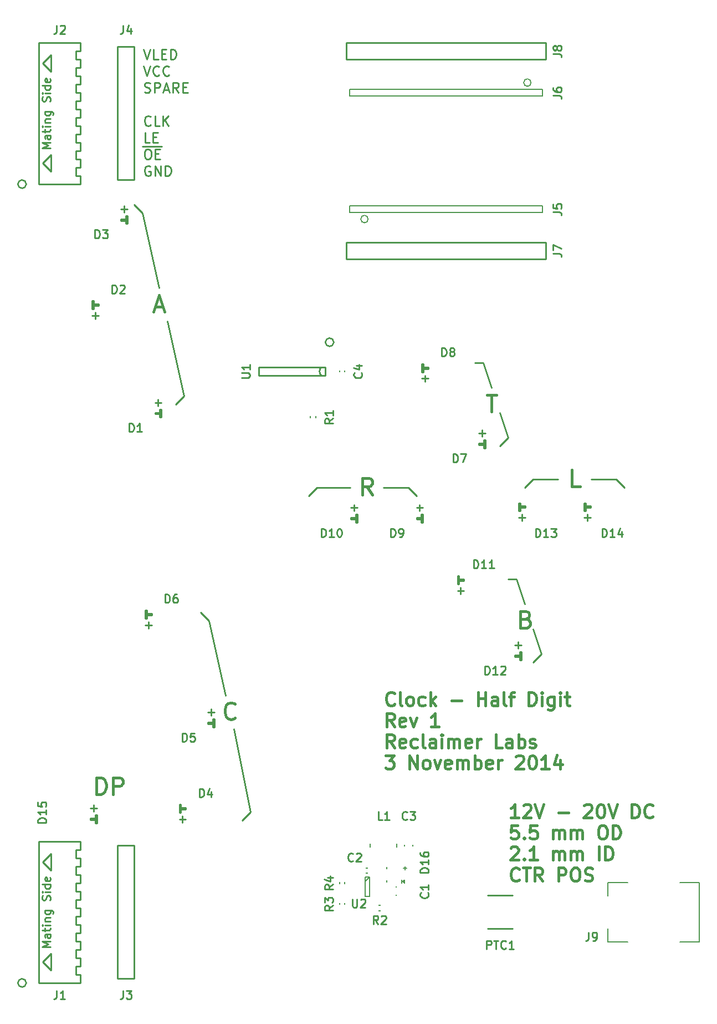
<source format=gto>
G04 (created by PCBNEW (2013-07-07 BZR 4022)-stable) date 11/4/2014 1:01:41 AM*
%MOIN*%
G04 Gerber Fmt 3.4, Leading zero omitted, Abs format*
%FSLAX34Y34*%
G01*
G70*
G90*
G04 APERTURE LIST*
%ADD10C,0.01*%
%ADD11C,0.015*%
%ADD12C,0.00590551*%
%ADD13C,0.005*%
%ADD14R,0.054X0.089*%
%ADD15R,0.089X0.054*%
%ADD16R,0.0454961X0.0388031*%
%ADD17R,0.034X0.108*%
%ADD18R,0.074X0.074*%
%ADD19C,0.074*%
%ADD20R,0.0652X0.073*%
%ADD21R,0.073X0.0652*%
%ADD22R,0.0534X0.0494*%
%ADD23R,0.0494X0.0534*%
%ADD24R,0.104551X0.234472*%
%ADD25R,0.179X0.084*%
%ADD26C,0.301402*%
%ADD27R,0.0927402X0.0573071*%
%ADD28R,0.0454961X0.0454961*%
%ADD29R,0.0651811X0.0769921*%
%ADD30O,0.0987402X0.13811*%
%ADD31R,0.187228X0.143921*%
%ADD32R,0.258094X0.167543*%
%ADD33C,0.112425*%
G04 APERTURE END LIST*
G54D10*
G54D11*
X30609Y11676D02*
X30152Y11676D01*
X30380Y11676D02*
X30380Y12476D01*
X30304Y12361D01*
X30228Y12285D01*
X30152Y12247D01*
X30914Y12400D02*
X30952Y12438D01*
X31028Y12476D01*
X31219Y12476D01*
X31295Y12438D01*
X31333Y12400D01*
X31371Y12323D01*
X31371Y12247D01*
X31333Y12133D01*
X30876Y11676D01*
X31371Y11676D01*
X31600Y12476D02*
X31866Y11676D01*
X32133Y12476D01*
X33009Y11980D02*
X33619Y11980D01*
X34571Y12400D02*
X34609Y12438D01*
X34685Y12476D01*
X34876Y12476D01*
X34952Y12438D01*
X34990Y12400D01*
X35028Y12323D01*
X35028Y12247D01*
X34990Y12133D01*
X34533Y11676D01*
X35028Y11676D01*
X35523Y12476D02*
X35599Y12476D01*
X35676Y12438D01*
X35714Y12400D01*
X35752Y12323D01*
X35790Y12171D01*
X35790Y11980D01*
X35752Y11828D01*
X35714Y11752D01*
X35676Y11714D01*
X35599Y11676D01*
X35523Y11676D01*
X35447Y11714D01*
X35409Y11752D01*
X35371Y11828D01*
X35333Y11980D01*
X35333Y12171D01*
X35371Y12323D01*
X35409Y12400D01*
X35447Y12438D01*
X35523Y12476D01*
X36019Y12476D02*
X36285Y11676D01*
X36552Y12476D01*
X37428Y11676D02*
X37428Y12476D01*
X37619Y12476D01*
X37733Y12438D01*
X37809Y12361D01*
X37847Y12285D01*
X37885Y12133D01*
X37885Y12019D01*
X37847Y11866D01*
X37809Y11790D01*
X37733Y11714D01*
X37619Y11676D01*
X37428Y11676D01*
X38685Y11752D02*
X38647Y11714D01*
X38533Y11676D01*
X38457Y11676D01*
X38342Y11714D01*
X38266Y11790D01*
X38228Y11866D01*
X38190Y12019D01*
X38190Y12133D01*
X38228Y12285D01*
X38266Y12361D01*
X38342Y12438D01*
X38457Y12476D01*
X38533Y12476D01*
X38647Y12438D01*
X38685Y12400D01*
X30571Y11206D02*
X30190Y11206D01*
X30152Y10825D01*
X30190Y10863D01*
X30266Y10901D01*
X30457Y10901D01*
X30533Y10863D01*
X30571Y10825D01*
X30609Y10749D01*
X30609Y10558D01*
X30571Y10482D01*
X30533Y10444D01*
X30457Y10406D01*
X30266Y10406D01*
X30190Y10444D01*
X30152Y10482D01*
X30952Y10482D02*
X30990Y10444D01*
X30952Y10406D01*
X30914Y10444D01*
X30952Y10482D01*
X30952Y10406D01*
X31714Y11206D02*
X31333Y11206D01*
X31295Y10825D01*
X31333Y10863D01*
X31409Y10901D01*
X31600Y10901D01*
X31676Y10863D01*
X31714Y10825D01*
X31752Y10749D01*
X31752Y10558D01*
X31714Y10482D01*
X31676Y10444D01*
X31600Y10406D01*
X31409Y10406D01*
X31333Y10444D01*
X31295Y10482D01*
X32704Y10406D02*
X32704Y10939D01*
X32704Y10863D02*
X32742Y10901D01*
X32819Y10939D01*
X32933Y10939D01*
X33009Y10901D01*
X33047Y10825D01*
X33047Y10406D01*
X33047Y10825D02*
X33085Y10901D01*
X33161Y10939D01*
X33276Y10939D01*
X33352Y10901D01*
X33390Y10825D01*
X33390Y10406D01*
X33771Y10406D02*
X33771Y10939D01*
X33771Y10863D02*
X33809Y10901D01*
X33885Y10939D01*
X33999Y10939D01*
X34076Y10901D01*
X34114Y10825D01*
X34114Y10406D01*
X34114Y10825D02*
X34152Y10901D01*
X34228Y10939D01*
X34342Y10939D01*
X34419Y10901D01*
X34457Y10825D01*
X34457Y10406D01*
X35599Y11206D02*
X35752Y11206D01*
X35828Y11168D01*
X35904Y11091D01*
X35942Y10939D01*
X35942Y10672D01*
X35904Y10520D01*
X35828Y10444D01*
X35752Y10406D01*
X35599Y10406D01*
X35523Y10444D01*
X35447Y10520D01*
X35409Y10672D01*
X35409Y10939D01*
X35447Y11091D01*
X35523Y11168D01*
X35599Y11206D01*
X36285Y10406D02*
X36285Y11206D01*
X36476Y11206D01*
X36590Y11168D01*
X36666Y11091D01*
X36704Y11015D01*
X36742Y10863D01*
X36742Y10749D01*
X36704Y10596D01*
X36666Y10520D01*
X36590Y10444D01*
X36476Y10406D01*
X36285Y10406D01*
X30152Y9860D02*
X30190Y9898D01*
X30266Y9936D01*
X30457Y9936D01*
X30533Y9898D01*
X30571Y9860D01*
X30609Y9783D01*
X30609Y9707D01*
X30571Y9593D01*
X30114Y9136D01*
X30609Y9136D01*
X30952Y9212D02*
X30990Y9174D01*
X30952Y9136D01*
X30914Y9174D01*
X30952Y9212D01*
X30952Y9136D01*
X31752Y9136D02*
X31295Y9136D01*
X31523Y9136D02*
X31523Y9936D01*
X31447Y9821D01*
X31371Y9745D01*
X31295Y9707D01*
X32704Y9136D02*
X32704Y9669D01*
X32704Y9593D02*
X32742Y9631D01*
X32819Y9669D01*
X32933Y9669D01*
X33009Y9631D01*
X33047Y9555D01*
X33047Y9136D01*
X33047Y9555D02*
X33085Y9631D01*
X33161Y9669D01*
X33276Y9669D01*
X33352Y9631D01*
X33390Y9555D01*
X33390Y9136D01*
X33771Y9136D02*
X33771Y9669D01*
X33771Y9593D02*
X33809Y9631D01*
X33885Y9669D01*
X33999Y9669D01*
X34076Y9631D01*
X34114Y9555D01*
X34114Y9136D01*
X34114Y9555D02*
X34152Y9631D01*
X34228Y9669D01*
X34342Y9669D01*
X34419Y9631D01*
X34457Y9555D01*
X34457Y9136D01*
X35447Y9136D02*
X35447Y9936D01*
X35828Y9136D02*
X35828Y9936D01*
X36019Y9936D01*
X36133Y9898D01*
X36209Y9821D01*
X36247Y9745D01*
X36285Y9593D01*
X36285Y9479D01*
X36247Y9326D01*
X36209Y9250D01*
X36133Y9174D01*
X36019Y9136D01*
X35828Y9136D01*
X30647Y7942D02*
X30609Y7904D01*
X30495Y7866D01*
X30419Y7866D01*
X30304Y7904D01*
X30228Y7980D01*
X30190Y8056D01*
X30152Y8209D01*
X30152Y8323D01*
X30190Y8475D01*
X30228Y8551D01*
X30304Y8628D01*
X30419Y8666D01*
X30495Y8666D01*
X30609Y8628D01*
X30647Y8590D01*
X30876Y8666D02*
X31333Y8666D01*
X31104Y7866D02*
X31104Y8666D01*
X32057Y7866D02*
X31790Y8247D01*
X31600Y7866D02*
X31600Y8666D01*
X31904Y8666D01*
X31980Y8628D01*
X32019Y8590D01*
X32057Y8513D01*
X32057Y8399D01*
X32019Y8323D01*
X31980Y8285D01*
X31904Y8247D01*
X31600Y8247D01*
X33009Y7866D02*
X33009Y8666D01*
X33314Y8666D01*
X33390Y8628D01*
X33428Y8590D01*
X33466Y8513D01*
X33466Y8399D01*
X33428Y8323D01*
X33390Y8285D01*
X33314Y8247D01*
X33009Y8247D01*
X33961Y8666D02*
X34114Y8666D01*
X34190Y8628D01*
X34266Y8551D01*
X34304Y8399D01*
X34304Y8132D01*
X34266Y7980D01*
X34190Y7904D01*
X34114Y7866D01*
X33961Y7866D01*
X33885Y7904D01*
X33809Y7980D01*
X33771Y8132D01*
X33771Y8399D01*
X33809Y8551D01*
X33885Y8628D01*
X33961Y8666D01*
X34609Y7904D02*
X34723Y7866D01*
X34914Y7866D01*
X34990Y7904D01*
X35028Y7942D01*
X35066Y8018D01*
X35066Y8094D01*
X35028Y8170D01*
X34990Y8209D01*
X34914Y8247D01*
X34761Y8285D01*
X34685Y8323D01*
X34647Y8361D01*
X34609Y8437D01*
X34609Y8513D01*
X34647Y8590D01*
X34685Y8628D01*
X34761Y8666D01*
X34952Y8666D01*
X35066Y8628D01*
G54D10*
X32000Y21500D02*
X31500Y21000D01*
X30500Y26000D02*
X30000Y26000D01*
X31000Y24500D02*
X30500Y26000D01*
X32000Y21500D02*
X31500Y23000D01*
G54D11*
X31071Y23619D02*
X31214Y23571D01*
X31261Y23523D01*
X31309Y23428D01*
X31309Y23285D01*
X31261Y23190D01*
X31214Y23142D01*
X31119Y23095D01*
X30738Y23095D01*
X30738Y24095D01*
X31071Y24095D01*
X31166Y24047D01*
X31214Y24000D01*
X31261Y23904D01*
X31261Y23809D01*
X31214Y23714D01*
X31166Y23666D01*
X31071Y23619D01*
X30738Y23619D01*
G54D10*
X28500Y39000D02*
X28000Y39000D01*
X28500Y39000D02*
X29000Y37500D01*
X30000Y34500D02*
X29500Y34000D01*
X30000Y34500D02*
X29500Y36000D01*
G54D11*
X28714Y37095D02*
X29285Y37095D01*
X29000Y36095D02*
X29000Y37095D01*
G54D10*
X18500Y31500D02*
X18000Y31000D01*
X20500Y31500D02*
X18500Y31500D01*
X24000Y31500D02*
X24500Y31000D01*
X22500Y31500D02*
X24000Y31500D01*
X36500Y32000D02*
X37000Y31500D01*
X35000Y32000D02*
X36500Y32000D01*
X31500Y32000D02*
X33000Y32000D01*
X31000Y31500D02*
X31500Y32000D01*
G54D11*
X21809Y31095D02*
X21476Y31571D01*
X21238Y31095D02*
X21238Y32095D01*
X21619Y32095D01*
X21714Y32047D01*
X21761Y32000D01*
X21809Y31904D01*
X21809Y31761D01*
X21761Y31666D01*
X21714Y31619D01*
X21619Y31571D01*
X21238Y31571D01*
X34309Y31595D02*
X33833Y31595D01*
X33833Y32595D01*
G54D10*
X10500Y37000D02*
X10000Y36500D01*
X10500Y37000D02*
X9500Y41500D01*
X8000Y48000D02*
X7500Y48500D01*
X9000Y43500D02*
X8000Y48000D01*
G54D11*
X8761Y42380D02*
X9238Y42380D01*
X8666Y42095D02*
X9000Y43095D01*
X9333Y42095D01*
G54D10*
X14000Y11500D02*
X14500Y12000D01*
X14500Y12000D02*
X13500Y17000D01*
X13000Y19000D02*
X12000Y23500D01*
X11500Y24000D02*
X12000Y23500D01*
G54D11*
X13559Y17690D02*
X13511Y17642D01*
X13369Y17595D01*
X13273Y17595D01*
X13130Y17642D01*
X13035Y17738D01*
X12988Y17833D01*
X12940Y18023D01*
X12940Y18166D01*
X12988Y18357D01*
X13035Y18452D01*
X13130Y18547D01*
X13273Y18595D01*
X13369Y18595D01*
X13511Y18547D01*
X13559Y18500D01*
X5238Y13095D02*
X5238Y14095D01*
X5476Y14095D01*
X5619Y14047D01*
X5714Y13952D01*
X5761Y13857D01*
X5809Y13666D01*
X5809Y13523D01*
X5761Y13333D01*
X5714Y13238D01*
X5619Y13142D01*
X5476Y13095D01*
X5238Y13095D01*
X6238Y13095D02*
X6238Y14095D01*
X6619Y14095D01*
X6714Y14047D01*
X6761Y14000D01*
X6809Y13904D01*
X6809Y13761D01*
X6761Y13666D01*
X6714Y13619D01*
X6619Y13571D01*
X6238Y13571D01*
G54D10*
X8057Y57857D02*
X8257Y57257D01*
X8457Y57857D01*
X8942Y57257D02*
X8657Y57257D01*
X8657Y57857D01*
X9142Y57571D02*
X9342Y57571D01*
X9428Y57257D02*
X9142Y57257D01*
X9142Y57857D01*
X9428Y57857D01*
X9685Y57257D02*
X9685Y57857D01*
X9828Y57857D01*
X9914Y57828D01*
X9971Y57771D01*
X10000Y57714D01*
X10028Y57600D01*
X10028Y57514D01*
X10000Y57400D01*
X9971Y57342D01*
X9914Y57285D01*
X9828Y57257D01*
X9685Y57257D01*
X8057Y56857D02*
X8257Y56257D01*
X8457Y56857D01*
X9000Y56314D02*
X8971Y56285D01*
X8885Y56257D01*
X8828Y56257D01*
X8742Y56285D01*
X8685Y56342D01*
X8657Y56400D01*
X8628Y56514D01*
X8628Y56600D01*
X8657Y56714D01*
X8685Y56771D01*
X8742Y56828D01*
X8828Y56857D01*
X8885Y56857D01*
X8971Y56828D01*
X9000Y56800D01*
X9600Y56314D02*
X9571Y56285D01*
X9485Y56257D01*
X9428Y56257D01*
X9342Y56285D01*
X9285Y56342D01*
X9257Y56400D01*
X9228Y56514D01*
X9228Y56600D01*
X9257Y56714D01*
X9285Y56771D01*
X9342Y56828D01*
X9428Y56857D01*
X9485Y56857D01*
X9571Y56828D01*
X9600Y56800D01*
X8114Y55285D02*
X8200Y55257D01*
X8342Y55257D01*
X8400Y55285D01*
X8428Y55314D01*
X8457Y55371D01*
X8457Y55428D01*
X8428Y55485D01*
X8400Y55514D01*
X8342Y55542D01*
X8228Y55571D01*
X8171Y55600D01*
X8142Y55628D01*
X8114Y55685D01*
X8114Y55742D01*
X8142Y55800D01*
X8171Y55828D01*
X8228Y55857D01*
X8371Y55857D01*
X8457Y55828D01*
X8714Y55257D02*
X8714Y55857D01*
X8942Y55857D01*
X9000Y55828D01*
X9028Y55800D01*
X9057Y55742D01*
X9057Y55657D01*
X9028Y55600D01*
X9000Y55571D01*
X8942Y55542D01*
X8714Y55542D01*
X9285Y55428D02*
X9571Y55428D01*
X9228Y55257D02*
X9428Y55857D01*
X9628Y55257D01*
X10171Y55257D02*
X9971Y55542D01*
X9828Y55257D02*
X9828Y55857D01*
X10057Y55857D01*
X10114Y55828D01*
X10142Y55800D01*
X10171Y55742D01*
X10171Y55657D01*
X10142Y55600D01*
X10114Y55571D01*
X10057Y55542D01*
X9828Y55542D01*
X10428Y55571D02*
X10628Y55571D01*
X10714Y55257D02*
X10428Y55257D01*
X10428Y55857D01*
X10714Y55857D01*
X8485Y53314D02*
X8457Y53285D01*
X8371Y53257D01*
X8314Y53257D01*
X8228Y53285D01*
X8171Y53342D01*
X8142Y53400D01*
X8114Y53514D01*
X8114Y53600D01*
X8142Y53714D01*
X8171Y53771D01*
X8228Y53828D01*
X8314Y53857D01*
X8371Y53857D01*
X8457Y53828D01*
X8485Y53800D01*
X9028Y53257D02*
X8742Y53257D01*
X8742Y53857D01*
X9228Y53257D02*
X9228Y53857D01*
X9571Y53257D02*
X9314Y53600D01*
X9571Y53857D02*
X9228Y53514D01*
X8428Y52257D02*
X8142Y52257D01*
X8142Y52857D01*
X8628Y52571D02*
X8828Y52571D01*
X8914Y52257D02*
X8628Y52257D01*
X8628Y52857D01*
X8914Y52857D01*
X8257Y51857D02*
X8371Y51857D01*
X8428Y51828D01*
X8485Y51771D01*
X8514Y51657D01*
X8514Y51457D01*
X8485Y51342D01*
X8428Y51285D01*
X8371Y51257D01*
X8257Y51257D01*
X8200Y51285D01*
X8142Y51342D01*
X8114Y51457D01*
X8114Y51657D01*
X8142Y51771D01*
X8200Y51828D01*
X8257Y51857D01*
X8771Y51571D02*
X8971Y51571D01*
X9057Y51257D02*
X8771Y51257D01*
X8771Y51857D01*
X9057Y51857D01*
X8000Y52010D02*
X9171Y52010D01*
X8457Y50828D02*
X8400Y50857D01*
X8314Y50857D01*
X8228Y50828D01*
X8171Y50771D01*
X8142Y50714D01*
X8114Y50600D01*
X8114Y50514D01*
X8142Y50400D01*
X8171Y50342D01*
X8228Y50285D01*
X8314Y50257D01*
X8371Y50257D01*
X8457Y50285D01*
X8485Y50314D01*
X8485Y50514D01*
X8371Y50514D01*
X8742Y50257D02*
X8742Y50857D01*
X9085Y50257D01*
X9085Y50857D01*
X9371Y50257D02*
X9371Y50857D01*
X9514Y50857D01*
X9600Y50828D01*
X9657Y50771D01*
X9685Y50714D01*
X9714Y50600D01*
X9714Y50514D01*
X9685Y50400D01*
X9657Y50342D01*
X9600Y50285D01*
X9514Y50257D01*
X9371Y50257D01*
G54D11*
X23147Y18502D02*
X23109Y18464D01*
X22995Y18426D01*
X22919Y18426D01*
X22804Y18464D01*
X22728Y18540D01*
X22690Y18616D01*
X22652Y18769D01*
X22652Y18883D01*
X22690Y19035D01*
X22728Y19111D01*
X22804Y19188D01*
X22919Y19226D01*
X22995Y19226D01*
X23109Y19188D01*
X23147Y19150D01*
X23604Y18426D02*
X23528Y18464D01*
X23490Y18540D01*
X23490Y19226D01*
X24023Y18426D02*
X23947Y18464D01*
X23909Y18502D01*
X23871Y18578D01*
X23871Y18807D01*
X23909Y18883D01*
X23947Y18921D01*
X24023Y18959D01*
X24138Y18959D01*
X24214Y18921D01*
X24252Y18883D01*
X24290Y18807D01*
X24290Y18578D01*
X24252Y18502D01*
X24214Y18464D01*
X24138Y18426D01*
X24023Y18426D01*
X24976Y18464D02*
X24900Y18426D01*
X24747Y18426D01*
X24671Y18464D01*
X24633Y18502D01*
X24595Y18578D01*
X24595Y18807D01*
X24633Y18883D01*
X24671Y18921D01*
X24747Y18959D01*
X24900Y18959D01*
X24976Y18921D01*
X25319Y18426D02*
X25319Y19226D01*
X25395Y18730D02*
X25623Y18426D01*
X25623Y18959D02*
X25319Y18654D01*
X26576Y18730D02*
X27185Y18730D01*
X28176Y18426D02*
X28176Y19226D01*
X28176Y18845D02*
X28633Y18845D01*
X28633Y18426D02*
X28633Y19226D01*
X29357Y18426D02*
X29357Y18845D01*
X29319Y18921D01*
X29242Y18959D01*
X29090Y18959D01*
X29014Y18921D01*
X29357Y18464D02*
X29280Y18426D01*
X29090Y18426D01*
X29014Y18464D01*
X28976Y18540D01*
X28976Y18616D01*
X29014Y18692D01*
X29090Y18730D01*
X29280Y18730D01*
X29357Y18769D01*
X29852Y18426D02*
X29776Y18464D01*
X29738Y18540D01*
X29738Y19226D01*
X30042Y18959D02*
X30347Y18959D01*
X30157Y18426D02*
X30157Y19111D01*
X30195Y19188D01*
X30271Y19226D01*
X30347Y19226D01*
X31223Y18426D02*
X31223Y19226D01*
X31414Y19226D01*
X31528Y19188D01*
X31604Y19111D01*
X31642Y19035D01*
X31680Y18883D01*
X31680Y18769D01*
X31642Y18616D01*
X31604Y18540D01*
X31528Y18464D01*
X31414Y18426D01*
X31223Y18426D01*
X32023Y18426D02*
X32023Y18959D01*
X32023Y19226D02*
X31985Y19188D01*
X32023Y19150D01*
X32061Y19188D01*
X32023Y19226D01*
X32023Y19150D01*
X32747Y18959D02*
X32747Y18311D01*
X32709Y18235D01*
X32671Y18197D01*
X32595Y18159D01*
X32480Y18159D01*
X32404Y18197D01*
X32747Y18464D02*
X32671Y18426D01*
X32519Y18426D01*
X32442Y18464D01*
X32404Y18502D01*
X32366Y18578D01*
X32366Y18807D01*
X32404Y18883D01*
X32442Y18921D01*
X32519Y18959D01*
X32671Y18959D01*
X32747Y18921D01*
X33128Y18426D02*
X33128Y18959D01*
X33128Y19226D02*
X33090Y19188D01*
X33128Y19150D01*
X33166Y19188D01*
X33128Y19226D01*
X33128Y19150D01*
X33395Y18959D02*
X33699Y18959D01*
X33509Y19226D02*
X33509Y18540D01*
X33547Y18464D01*
X33623Y18426D01*
X33699Y18426D01*
X23147Y17156D02*
X22880Y17537D01*
X22690Y17156D02*
X22690Y17956D01*
X22995Y17956D01*
X23071Y17918D01*
X23109Y17880D01*
X23147Y17803D01*
X23147Y17689D01*
X23109Y17613D01*
X23071Y17575D01*
X22995Y17537D01*
X22690Y17537D01*
X23795Y17194D02*
X23719Y17156D01*
X23566Y17156D01*
X23490Y17194D01*
X23452Y17270D01*
X23452Y17575D01*
X23490Y17651D01*
X23566Y17689D01*
X23719Y17689D01*
X23795Y17651D01*
X23833Y17575D01*
X23833Y17499D01*
X23452Y17422D01*
X24100Y17689D02*
X24290Y17156D01*
X24480Y17689D01*
X25814Y17156D02*
X25357Y17156D01*
X25585Y17156D02*
X25585Y17956D01*
X25509Y17841D01*
X25433Y17765D01*
X25357Y17727D01*
X23147Y15886D02*
X22880Y16267D01*
X22690Y15886D02*
X22690Y16686D01*
X22995Y16686D01*
X23071Y16648D01*
X23109Y16610D01*
X23147Y16533D01*
X23147Y16419D01*
X23109Y16343D01*
X23071Y16305D01*
X22995Y16267D01*
X22690Y16267D01*
X23795Y15924D02*
X23719Y15886D01*
X23566Y15886D01*
X23490Y15924D01*
X23452Y16000D01*
X23452Y16305D01*
X23490Y16381D01*
X23566Y16419D01*
X23719Y16419D01*
X23795Y16381D01*
X23833Y16305D01*
X23833Y16229D01*
X23452Y16152D01*
X24519Y15924D02*
X24442Y15886D01*
X24290Y15886D01*
X24214Y15924D01*
X24176Y15962D01*
X24138Y16038D01*
X24138Y16267D01*
X24176Y16343D01*
X24214Y16381D01*
X24290Y16419D01*
X24442Y16419D01*
X24519Y16381D01*
X24976Y15886D02*
X24899Y15924D01*
X24861Y16000D01*
X24861Y16686D01*
X25623Y15886D02*
X25623Y16305D01*
X25585Y16381D01*
X25509Y16419D01*
X25357Y16419D01*
X25280Y16381D01*
X25623Y15924D02*
X25547Y15886D01*
X25357Y15886D01*
X25280Y15924D01*
X25242Y16000D01*
X25242Y16076D01*
X25280Y16152D01*
X25357Y16190D01*
X25547Y16190D01*
X25623Y16229D01*
X26004Y15886D02*
X26004Y16419D01*
X26004Y16686D02*
X25966Y16648D01*
X26004Y16610D01*
X26042Y16648D01*
X26004Y16686D01*
X26004Y16610D01*
X26385Y15886D02*
X26385Y16419D01*
X26385Y16343D02*
X26423Y16381D01*
X26499Y16419D01*
X26614Y16419D01*
X26690Y16381D01*
X26728Y16305D01*
X26728Y15886D01*
X26728Y16305D02*
X26766Y16381D01*
X26842Y16419D01*
X26957Y16419D01*
X27033Y16381D01*
X27071Y16305D01*
X27071Y15886D01*
X27757Y15924D02*
X27680Y15886D01*
X27528Y15886D01*
X27452Y15924D01*
X27414Y16000D01*
X27414Y16305D01*
X27452Y16381D01*
X27528Y16419D01*
X27680Y16419D01*
X27757Y16381D01*
X27795Y16305D01*
X27795Y16229D01*
X27414Y16152D01*
X28138Y15886D02*
X28138Y16419D01*
X28138Y16267D02*
X28176Y16343D01*
X28214Y16381D01*
X28290Y16419D01*
X28366Y16419D01*
X29623Y15886D02*
X29242Y15886D01*
X29242Y16686D01*
X30233Y15886D02*
X30233Y16305D01*
X30195Y16381D01*
X30119Y16419D01*
X29966Y16419D01*
X29890Y16381D01*
X30233Y15924D02*
X30157Y15886D01*
X29966Y15886D01*
X29890Y15924D01*
X29852Y16000D01*
X29852Y16076D01*
X29890Y16152D01*
X29966Y16190D01*
X30157Y16190D01*
X30233Y16229D01*
X30614Y15886D02*
X30614Y16686D01*
X30614Y16381D02*
X30690Y16419D01*
X30842Y16419D01*
X30919Y16381D01*
X30957Y16343D01*
X30995Y16267D01*
X30995Y16038D01*
X30957Y15962D01*
X30919Y15924D01*
X30842Y15886D01*
X30690Y15886D01*
X30614Y15924D01*
X31299Y15924D02*
X31376Y15886D01*
X31528Y15886D01*
X31604Y15924D01*
X31642Y16000D01*
X31642Y16038D01*
X31604Y16114D01*
X31528Y16152D01*
X31414Y16152D01*
X31338Y16190D01*
X31299Y16267D01*
X31299Y16305D01*
X31338Y16381D01*
X31414Y16419D01*
X31528Y16419D01*
X31604Y16381D01*
X22614Y15416D02*
X23109Y15416D01*
X22842Y15111D01*
X22957Y15111D01*
X23033Y15073D01*
X23071Y15035D01*
X23109Y14959D01*
X23109Y14768D01*
X23071Y14692D01*
X23033Y14654D01*
X22957Y14616D01*
X22728Y14616D01*
X22652Y14654D01*
X22614Y14692D01*
X24061Y14616D02*
X24061Y15416D01*
X24519Y14616D01*
X24519Y15416D01*
X25014Y14616D02*
X24938Y14654D01*
X24900Y14692D01*
X24861Y14768D01*
X24861Y14997D01*
X24900Y15073D01*
X24938Y15111D01*
X25014Y15149D01*
X25128Y15149D01*
X25204Y15111D01*
X25242Y15073D01*
X25280Y14997D01*
X25280Y14768D01*
X25242Y14692D01*
X25204Y14654D01*
X25128Y14616D01*
X25014Y14616D01*
X25547Y15149D02*
X25738Y14616D01*
X25928Y15149D01*
X26538Y14654D02*
X26461Y14616D01*
X26309Y14616D01*
X26233Y14654D01*
X26195Y14730D01*
X26195Y15035D01*
X26233Y15111D01*
X26309Y15149D01*
X26461Y15149D01*
X26538Y15111D01*
X26576Y15035D01*
X26576Y14959D01*
X26195Y14882D01*
X26919Y14616D02*
X26919Y15149D01*
X26919Y15073D02*
X26957Y15111D01*
X27033Y15149D01*
X27147Y15149D01*
X27223Y15111D01*
X27261Y15035D01*
X27261Y14616D01*
X27261Y15035D02*
X27299Y15111D01*
X27376Y15149D01*
X27490Y15149D01*
X27566Y15111D01*
X27604Y15035D01*
X27604Y14616D01*
X27985Y14616D02*
X27985Y15416D01*
X27985Y15111D02*
X28061Y15149D01*
X28214Y15149D01*
X28290Y15111D01*
X28328Y15073D01*
X28366Y14997D01*
X28366Y14768D01*
X28328Y14692D01*
X28290Y14654D01*
X28214Y14616D01*
X28061Y14616D01*
X27985Y14654D01*
X29014Y14654D02*
X28938Y14616D01*
X28785Y14616D01*
X28709Y14654D01*
X28671Y14730D01*
X28671Y15035D01*
X28709Y15111D01*
X28785Y15149D01*
X28938Y15149D01*
X29014Y15111D01*
X29052Y15035D01*
X29052Y14959D01*
X28671Y14882D01*
X29395Y14616D02*
X29395Y15149D01*
X29395Y14997D02*
X29433Y15073D01*
X29471Y15111D01*
X29547Y15149D01*
X29623Y15149D01*
X30461Y15340D02*
X30499Y15378D01*
X30576Y15416D01*
X30766Y15416D01*
X30842Y15378D01*
X30880Y15340D01*
X30919Y15263D01*
X30919Y15187D01*
X30880Y15073D01*
X30423Y14616D01*
X30919Y14616D01*
X31414Y15416D02*
X31490Y15416D01*
X31566Y15378D01*
X31604Y15340D01*
X31642Y15263D01*
X31680Y15111D01*
X31680Y14920D01*
X31642Y14768D01*
X31604Y14692D01*
X31566Y14654D01*
X31490Y14616D01*
X31414Y14616D01*
X31338Y14654D01*
X31299Y14692D01*
X31261Y14768D01*
X31223Y14920D01*
X31223Y15111D01*
X31261Y15263D01*
X31299Y15340D01*
X31338Y15378D01*
X31414Y15416D01*
X32442Y14616D02*
X31985Y14616D01*
X32214Y14616D02*
X32214Y15416D01*
X32138Y15301D01*
X32061Y15225D01*
X31985Y15187D01*
X33128Y15149D02*
X33128Y14616D01*
X32938Y15454D02*
X32747Y14882D01*
X33242Y14882D01*
G54D12*
X31373Y55850D02*
G75*
G03X31373Y55850I-223J0D01*
G74*
G01*
X32050Y55450D02*
X20450Y55450D01*
X20450Y55450D02*
X20450Y55050D01*
X20450Y55050D02*
X32050Y55050D01*
X32050Y55050D02*
X32050Y55450D01*
X21573Y47650D02*
G75*
G03X21573Y47650I-223J0D01*
G74*
G01*
X20450Y48050D02*
X32050Y48050D01*
X32050Y48050D02*
X32050Y48450D01*
X32050Y48450D02*
X20450Y48450D01*
X20450Y48450D02*
X20450Y48050D01*
G54D10*
X4250Y10250D02*
X1750Y10250D01*
X1750Y1750D02*
X4250Y1750D01*
X1750Y1750D02*
X1750Y10250D01*
X4250Y2250D02*
X4250Y1750D01*
X4250Y9750D02*
X4250Y10250D01*
X4000Y9750D02*
X4250Y9750D01*
X4000Y2250D02*
X4250Y2250D01*
X4000Y2750D02*
X4000Y2250D01*
X4000Y2750D02*
X4250Y2750D01*
X4250Y2750D02*
X4250Y3250D01*
X4250Y3250D02*
X4000Y3250D01*
X4000Y3250D02*
X4000Y3750D01*
X4000Y3750D02*
X4250Y3750D01*
X4250Y3750D02*
X4250Y4250D01*
X4250Y4250D02*
X4000Y4250D01*
X4000Y4250D02*
X4000Y4750D01*
X4000Y4750D02*
X4250Y4750D01*
X4250Y4750D02*
X4250Y5250D01*
X4250Y5250D02*
X4000Y5250D01*
X4000Y5250D02*
X4000Y5750D01*
X4000Y5750D02*
X4250Y5750D01*
X4250Y5750D02*
X4250Y6250D01*
X4250Y6250D02*
X4000Y6250D01*
X4000Y6250D02*
X4000Y6750D01*
X4000Y6750D02*
X4250Y6750D01*
X4250Y6750D02*
X4250Y7250D01*
X4250Y7250D02*
X4000Y7250D01*
X4000Y7250D02*
X4000Y7750D01*
X4000Y7750D02*
X4250Y7750D01*
X4250Y7750D02*
X4250Y8250D01*
X4250Y8250D02*
X4000Y8250D01*
X4000Y8250D02*
X4000Y8750D01*
X4000Y8750D02*
X4250Y8750D01*
X4250Y8750D02*
X4250Y9250D01*
X4250Y9250D02*
X4000Y9250D01*
X4000Y9250D02*
X4000Y9750D01*
X2500Y3500D02*
X2000Y3000D01*
X2000Y3000D02*
X2500Y2500D01*
X2500Y2500D02*
X2500Y3500D01*
X2500Y8500D02*
X2000Y9000D01*
X2000Y9000D02*
X2500Y9500D01*
X2500Y9500D02*
X2500Y8500D01*
X1000Y1750D02*
G75*
G03X1000Y1750I-250J0D01*
G74*
G01*
X4250Y58250D02*
X1750Y58250D01*
X1750Y49750D02*
X4250Y49750D01*
X1750Y49750D02*
X1750Y58250D01*
X4250Y50250D02*
X4250Y49750D01*
X4250Y57750D02*
X4250Y58250D01*
X4000Y57750D02*
X4250Y57750D01*
X4000Y50250D02*
X4250Y50250D01*
X4000Y50750D02*
X4000Y50250D01*
X4000Y50750D02*
X4250Y50750D01*
X4250Y50750D02*
X4250Y51250D01*
X4250Y51250D02*
X4000Y51250D01*
X4000Y51250D02*
X4000Y51750D01*
X4000Y51750D02*
X4250Y51750D01*
X4250Y51750D02*
X4250Y52250D01*
X4250Y52250D02*
X4000Y52250D01*
X4000Y52250D02*
X4000Y52750D01*
X4000Y52750D02*
X4250Y52750D01*
X4250Y52750D02*
X4250Y53250D01*
X4250Y53250D02*
X4000Y53250D01*
X4000Y53250D02*
X4000Y53750D01*
X4000Y53750D02*
X4250Y53750D01*
X4250Y53750D02*
X4250Y54250D01*
X4250Y54250D02*
X4000Y54250D01*
X4000Y54250D02*
X4000Y54750D01*
X4000Y54750D02*
X4250Y54750D01*
X4250Y54750D02*
X4250Y55250D01*
X4250Y55250D02*
X4000Y55250D01*
X4000Y55250D02*
X4000Y55750D01*
X4000Y55750D02*
X4250Y55750D01*
X4250Y55750D02*
X4250Y56250D01*
X4250Y56250D02*
X4000Y56250D01*
X4000Y56250D02*
X4000Y56750D01*
X4000Y56750D02*
X4250Y56750D01*
X4250Y56750D02*
X4250Y57250D01*
X4250Y57250D02*
X4000Y57250D01*
X4000Y57250D02*
X4000Y57750D01*
X2500Y51500D02*
X2000Y51000D01*
X2000Y51000D02*
X2500Y50500D01*
X2500Y50500D02*
X2500Y51500D01*
X2500Y56500D02*
X2000Y57000D01*
X2000Y57000D02*
X2500Y57500D01*
X2500Y57500D02*
X2500Y56500D01*
X1000Y49750D02*
G75*
G03X1000Y49750I-250J0D01*
G74*
G01*
G54D12*
X21650Y8100D02*
X21400Y7850D01*
X21400Y8100D02*
X21400Y6950D01*
X21400Y6950D02*
X21650Y6950D01*
X21650Y6950D02*
X21650Y8100D01*
X21650Y8100D02*
X21400Y8100D01*
G54D10*
X19500Y40250D02*
G75*
G03X19500Y40250I-250J0D01*
G74*
G01*
X18750Y38750D02*
G75*
G03X18750Y38250I250J-250D01*
G74*
G01*
X15000Y38750D02*
X15000Y38250D01*
X15000Y38250D02*
X19000Y38250D01*
X19000Y38250D02*
X19000Y38750D01*
X19000Y38750D02*
X15000Y38750D01*
X7500Y2000D02*
X7500Y10000D01*
X7500Y10000D02*
X6500Y10000D01*
X6500Y10000D02*
X6500Y2000D01*
X6500Y2000D02*
X7500Y2000D01*
X7500Y50000D02*
X7500Y58000D01*
X7500Y58000D02*
X6500Y58000D01*
X6500Y58000D02*
X6500Y50000D01*
X6500Y50000D02*
X7500Y50000D01*
G54D13*
X23000Y7000D02*
X23000Y7500D01*
X23500Y7000D02*
X23500Y7490D01*
X23650Y7000D02*
X22850Y7000D01*
X22850Y7000D02*
X22850Y7500D01*
X22850Y7500D02*
X23650Y7500D01*
X23650Y7500D02*
X23650Y7000D01*
X23750Y10250D02*
X24250Y10250D01*
X23750Y9750D02*
X24240Y9750D01*
X23750Y9600D02*
X23750Y10400D01*
X23750Y10400D02*
X24250Y10400D01*
X24250Y10400D02*
X24250Y9600D01*
X24250Y9600D02*
X23750Y9600D01*
X19840Y6280D02*
X20160Y6280D01*
X20150Y6720D02*
X19840Y6720D01*
X20160Y6820D02*
X20160Y6180D01*
X20160Y6180D02*
X19840Y6180D01*
X19840Y6180D02*
X19840Y6820D01*
X19840Y6820D02*
X20160Y6820D01*
X18410Y35970D02*
X18090Y35970D01*
X18100Y35530D02*
X18410Y35530D01*
X18090Y35430D02*
X18090Y36070D01*
X18090Y36070D02*
X18410Y36070D01*
X18410Y36070D02*
X18410Y35430D01*
X18410Y35430D02*
X18090Y35430D01*
X21280Y8660D02*
X21280Y8340D01*
X21720Y8350D02*
X21720Y8660D01*
X21820Y8340D02*
X21180Y8340D01*
X21180Y8340D02*
X21180Y8660D01*
X21180Y8660D02*
X21820Y8660D01*
X21820Y8660D02*
X21820Y8340D01*
X22470Y6090D02*
X22470Y6410D01*
X22030Y6400D02*
X22030Y6090D01*
X21930Y6410D02*
X22570Y6410D01*
X22570Y6410D02*
X22570Y6090D01*
X22570Y6090D02*
X21930Y6090D01*
X21930Y6090D02*
X21930Y6410D01*
X19840Y7530D02*
X20160Y7530D01*
X20150Y7970D02*
X19840Y7970D01*
X20160Y8070D02*
X20160Y7430D01*
X20160Y7430D02*
X19840Y7430D01*
X19840Y7430D02*
X19840Y8070D01*
X19840Y8070D02*
X20160Y8070D01*
X19840Y38280D02*
X20160Y38280D01*
X20150Y38720D02*
X19840Y38720D01*
X20160Y38820D02*
X20160Y38180D01*
X20160Y38180D02*
X19840Y38180D01*
X19840Y38180D02*
X19840Y38820D01*
X19840Y38820D02*
X20160Y38820D01*
G54D10*
X30250Y7000D02*
X28750Y7000D01*
X30250Y5000D02*
X28750Y5000D01*
G54D12*
X23300Y9900D02*
X23300Y10100D01*
X21700Y9900D02*
X21700Y10100D01*
X22700Y7900D02*
X22700Y7800D01*
X22700Y8700D02*
X22700Y8600D01*
X23600Y7950D02*
X23600Y7750D01*
X23750Y7950D02*
X23650Y7850D01*
X23650Y7850D02*
X23750Y7750D01*
X23750Y7750D02*
X23750Y7950D01*
X23800Y8750D02*
X23800Y8550D01*
X23900Y8650D02*
X23700Y8650D01*
G54D10*
X32250Y58250D02*
X20250Y58250D01*
X20250Y57250D02*
X32250Y57250D01*
X20250Y58250D02*
X20250Y57250D01*
X32250Y57250D02*
X32250Y58250D01*
X20250Y45250D02*
X32250Y45250D01*
X32250Y46250D02*
X20250Y46250D01*
X32250Y45250D02*
X32250Y46250D01*
X20250Y46250D02*
X20250Y45250D01*
X8147Y24144D02*
X8245Y24144D01*
X8245Y23652D02*
X8147Y23652D01*
X8245Y24144D02*
X8245Y23652D01*
X8541Y23947D02*
X8541Y23849D01*
X8147Y23849D02*
X8541Y23849D01*
X8147Y23947D02*
X8541Y23947D01*
X8147Y24046D02*
X8147Y24144D01*
X8147Y23652D02*
X8147Y24046D01*
X8541Y23258D02*
X8147Y23258D01*
X8344Y23455D02*
X8344Y23061D01*
X12326Y17125D02*
X12228Y17125D01*
X12228Y17617D02*
X12326Y17617D01*
X12228Y17125D02*
X12228Y17617D01*
X11932Y17322D02*
X11932Y17420D01*
X12326Y17420D02*
X11932Y17420D01*
X12326Y17322D02*
X11932Y17322D01*
X12326Y17223D02*
X12326Y17125D01*
X12326Y17617D02*
X12326Y17223D01*
X11932Y18011D02*
X12326Y18011D01*
X12129Y17814D02*
X12129Y18207D01*
X10206Y12468D02*
X10304Y12468D01*
X10304Y11975D02*
X10206Y11975D01*
X10304Y12468D02*
X10304Y11975D01*
X10600Y12271D02*
X10600Y12172D01*
X10206Y12172D02*
X10600Y12172D01*
X10206Y12271D02*
X10600Y12271D01*
X10206Y12369D02*
X10206Y12468D01*
X10206Y11975D02*
X10206Y12369D01*
X10600Y11582D02*
X10206Y11582D01*
X10403Y11779D02*
X10403Y11385D01*
X24793Y38952D02*
X24891Y38952D01*
X24891Y38460D02*
X24793Y38460D01*
X24891Y38952D02*
X24891Y38460D01*
X25186Y38755D02*
X25186Y38657D01*
X24793Y38657D02*
X25186Y38657D01*
X24793Y38755D02*
X25186Y38755D01*
X24793Y38854D02*
X24793Y38952D01*
X24793Y38460D02*
X24793Y38854D01*
X25186Y38066D02*
X24793Y38066D01*
X24989Y38263D02*
X24989Y37869D01*
X28626Y33894D02*
X28527Y33894D01*
X28527Y34386D02*
X28626Y34386D01*
X28527Y33894D02*
X28527Y34386D01*
X28232Y34091D02*
X28232Y34189D01*
X28626Y34189D02*
X28232Y34189D01*
X28626Y34091D02*
X28232Y34091D01*
X28626Y33992D02*
X28626Y33894D01*
X28626Y34386D02*
X28626Y33992D01*
X28232Y34780D02*
X28626Y34780D01*
X28429Y34583D02*
X28429Y34976D01*
X30619Y30594D02*
X30717Y30594D01*
X30717Y30102D02*
X30619Y30102D01*
X30717Y30594D02*
X30717Y30102D01*
X31012Y30398D02*
X31012Y30299D01*
X30619Y30299D02*
X31012Y30299D01*
X30619Y30398D02*
X31012Y30398D01*
X30619Y30496D02*
X30619Y30594D01*
X30619Y30102D02*
X30619Y30496D01*
X31012Y29709D02*
X30619Y29709D01*
X30815Y29905D02*
X30815Y29512D01*
X30774Y21153D02*
X30675Y21153D01*
X30675Y21645D02*
X30774Y21645D01*
X30675Y21153D02*
X30675Y21645D01*
X30380Y21350D02*
X30380Y21448D01*
X30774Y21448D02*
X30380Y21448D01*
X30774Y21350D02*
X30380Y21350D01*
X30774Y21251D02*
X30774Y21153D01*
X30774Y21645D02*
X30774Y21251D01*
X30380Y22039D02*
X30774Y22039D01*
X30577Y21842D02*
X30577Y22236D01*
X34556Y30594D02*
X34654Y30594D01*
X34654Y30102D02*
X34556Y30102D01*
X34654Y30594D02*
X34654Y30102D01*
X34949Y30398D02*
X34949Y30299D01*
X34556Y30299D02*
X34949Y30299D01*
X34556Y30398D02*
X34949Y30398D01*
X34556Y30496D02*
X34556Y30594D01*
X34556Y30102D02*
X34556Y30496D01*
X34949Y29709D02*
X34556Y29709D01*
X34752Y29905D02*
X34752Y29512D01*
X7083Y47366D02*
X6984Y47366D01*
X6984Y47858D02*
X7083Y47858D01*
X6984Y47366D02*
X6984Y47858D01*
X6689Y47563D02*
X6689Y47661D01*
X7083Y47661D02*
X6689Y47661D01*
X7083Y47563D02*
X6689Y47563D01*
X7083Y47465D02*
X7083Y47366D01*
X7083Y47858D02*
X7083Y47465D01*
X6689Y48252D02*
X7083Y48252D01*
X6886Y48055D02*
X6886Y48449D01*
X26941Y26211D02*
X27039Y26211D01*
X27039Y25719D02*
X26941Y25719D01*
X27039Y26211D02*
X27039Y25719D01*
X27334Y26014D02*
X27334Y25916D01*
X26941Y25916D02*
X27334Y25916D01*
X26941Y26014D02*
X27334Y26014D01*
X26941Y26113D02*
X26941Y26211D01*
X26941Y25719D02*
X26941Y26113D01*
X27334Y25325D02*
X26941Y25325D01*
X27137Y25522D02*
X27137Y25128D01*
X4959Y42732D02*
X5057Y42732D01*
X5057Y42240D02*
X4959Y42240D01*
X5057Y42732D02*
X5057Y42240D01*
X5352Y42535D02*
X5352Y42436D01*
X4959Y42436D02*
X5352Y42436D01*
X4959Y42535D02*
X5352Y42535D01*
X4959Y42633D02*
X4959Y42732D01*
X4959Y42240D02*
X4959Y42633D01*
X5352Y41846D02*
X4959Y41846D01*
X5156Y42043D02*
X5156Y41649D01*
X9134Y35735D02*
X9035Y35735D01*
X9035Y36227D02*
X9134Y36227D01*
X9035Y35735D02*
X9035Y36227D01*
X8740Y35932D02*
X8740Y36030D01*
X9134Y36030D02*
X8740Y36030D01*
X9134Y35932D02*
X8740Y35932D01*
X9134Y35833D02*
X9134Y35735D01*
X9134Y36227D02*
X9134Y35833D01*
X8740Y36621D02*
X9134Y36621D01*
X8937Y36424D02*
X8937Y36818D01*
X20929Y29413D02*
X20831Y29413D01*
X20831Y29905D02*
X20929Y29905D01*
X20831Y29413D02*
X20831Y29905D01*
X20536Y29610D02*
X20536Y29709D01*
X20929Y29709D02*
X20536Y29709D01*
X20929Y29610D02*
X20536Y29610D01*
X20929Y29512D02*
X20929Y29413D01*
X20929Y29905D02*
X20929Y29512D01*
X20536Y30299D02*
X20929Y30299D01*
X20732Y30102D02*
X20732Y30496D01*
X24866Y29413D02*
X24768Y29413D01*
X24768Y29905D02*
X24866Y29905D01*
X24768Y29413D02*
X24768Y29905D01*
X24473Y29610D02*
X24473Y29709D01*
X24866Y29709D02*
X24473Y29709D01*
X24866Y29610D02*
X24473Y29610D01*
X24866Y29512D02*
X24866Y29413D01*
X24866Y29905D02*
X24866Y29512D01*
X24473Y30299D02*
X24866Y30299D01*
X24669Y30102D02*
X24669Y30496D01*
X5254Y11354D02*
X5156Y11354D01*
X5156Y11846D02*
X5254Y11846D01*
X5156Y11354D02*
X5156Y11846D01*
X4860Y11551D02*
X4860Y11649D01*
X5254Y11649D02*
X4860Y11649D01*
X5254Y11551D02*
X4860Y11551D01*
X5254Y11452D02*
X5254Y11354D01*
X5254Y11846D02*
X5254Y11452D01*
X4860Y12240D02*
X5254Y12240D01*
X5057Y12043D02*
X5057Y12436D01*
G54D12*
X35994Y5015D02*
X35994Y4228D01*
X35994Y4228D02*
X37175Y4228D01*
X37175Y7771D02*
X35994Y7771D01*
X35994Y7771D02*
X35994Y6984D01*
X41505Y7771D02*
X41505Y4228D01*
X41505Y4228D02*
X40324Y4228D01*
X41505Y7771D02*
X40324Y7771D01*
G54D10*
X32702Y55083D02*
X33059Y55083D01*
X33130Y55059D01*
X33178Y55011D01*
X33202Y54940D01*
X33202Y54892D01*
X32702Y55535D02*
X32702Y55440D01*
X32726Y55392D01*
X32750Y55369D01*
X32821Y55321D01*
X32916Y55297D01*
X33107Y55297D01*
X33154Y55321D01*
X33178Y55345D01*
X33202Y55392D01*
X33202Y55488D01*
X33178Y55535D01*
X33154Y55559D01*
X33107Y55583D01*
X32988Y55583D01*
X32940Y55559D01*
X32916Y55535D01*
X32892Y55488D01*
X32892Y55392D01*
X32916Y55345D01*
X32940Y55321D01*
X32988Y55297D01*
X32702Y48083D02*
X33059Y48083D01*
X33130Y48059D01*
X33178Y48011D01*
X33202Y47940D01*
X33202Y47892D01*
X32702Y48559D02*
X32702Y48321D01*
X32940Y48297D01*
X32916Y48321D01*
X32892Y48369D01*
X32892Y48488D01*
X32916Y48535D01*
X32940Y48559D01*
X32988Y48583D01*
X33107Y48583D01*
X33154Y48559D01*
X33178Y48535D01*
X33202Y48488D01*
X33202Y48369D01*
X33178Y48321D01*
X33154Y48297D01*
X2833Y1297D02*
X2833Y940D01*
X2809Y869D01*
X2761Y821D01*
X2690Y797D01*
X2642Y797D01*
X3333Y797D02*
X3047Y797D01*
X3190Y797D02*
X3190Y1297D01*
X3142Y1226D01*
X3095Y1178D01*
X3047Y1154D01*
X2452Y3904D02*
X1952Y3904D01*
X2309Y4071D01*
X1952Y4238D01*
X2452Y4238D01*
X2452Y4690D02*
X2190Y4690D01*
X2142Y4666D01*
X2119Y4619D01*
X2119Y4523D01*
X2142Y4476D01*
X2428Y4690D02*
X2452Y4642D01*
X2452Y4523D01*
X2428Y4476D01*
X2380Y4452D01*
X2333Y4452D01*
X2285Y4476D01*
X2261Y4523D01*
X2261Y4642D01*
X2238Y4690D01*
X2119Y4857D02*
X2119Y5047D01*
X1952Y4928D02*
X2380Y4928D01*
X2428Y4952D01*
X2452Y5000D01*
X2452Y5047D01*
X2452Y5214D02*
X2119Y5214D01*
X1952Y5214D02*
X1976Y5190D01*
X2000Y5214D01*
X1976Y5238D01*
X1952Y5214D01*
X2000Y5214D01*
X2119Y5452D02*
X2452Y5452D01*
X2166Y5452D02*
X2142Y5476D01*
X2119Y5523D01*
X2119Y5595D01*
X2142Y5642D01*
X2190Y5666D01*
X2452Y5666D01*
X2119Y6119D02*
X2523Y6119D01*
X2571Y6095D01*
X2595Y6071D01*
X2619Y6023D01*
X2619Y5952D01*
X2595Y5904D01*
X2428Y6119D02*
X2452Y6071D01*
X2452Y5976D01*
X2428Y5928D01*
X2404Y5904D01*
X2357Y5880D01*
X2214Y5880D01*
X2166Y5904D01*
X2142Y5928D01*
X2119Y5976D01*
X2119Y6071D01*
X2142Y6119D01*
X2428Y6714D02*
X2452Y6785D01*
X2452Y6904D01*
X2428Y6952D01*
X2404Y6976D01*
X2357Y7000D01*
X2309Y7000D01*
X2261Y6976D01*
X2238Y6952D01*
X2214Y6904D01*
X2190Y6809D01*
X2166Y6761D01*
X2142Y6738D01*
X2095Y6714D01*
X2047Y6714D01*
X2000Y6738D01*
X1976Y6761D01*
X1952Y6809D01*
X1952Y6928D01*
X1976Y7000D01*
X2452Y7214D02*
X2119Y7214D01*
X1952Y7214D02*
X1976Y7190D01*
X2000Y7214D01*
X1976Y7238D01*
X1952Y7214D01*
X2000Y7214D01*
X2452Y7666D02*
X1952Y7666D01*
X2428Y7666D02*
X2452Y7619D01*
X2452Y7523D01*
X2428Y7476D01*
X2404Y7452D01*
X2357Y7428D01*
X2214Y7428D01*
X2166Y7452D01*
X2142Y7476D01*
X2119Y7523D01*
X2119Y7619D01*
X2142Y7666D01*
X2428Y8095D02*
X2452Y8047D01*
X2452Y7952D01*
X2428Y7904D01*
X2380Y7880D01*
X2190Y7880D01*
X2142Y7904D01*
X2119Y7952D01*
X2119Y8047D01*
X2142Y8095D01*
X2190Y8119D01*
X2238Y8119D01*
X2285Y7880D01*
X2833Y59297D02*
X2833Y58940D01*
X2809Y58869D01*
X2761Y58821D01*
X2690Y58797D01*
X2642Y58797D01*
X3047Y59250D02*
X3071Y59273D01*
X3119Y59297D01*
X3238Y59297D01*
X3285Y59273D01*
X3309Y59250D01*
X3333Y59202D01*
X3333Y59154D01*
X3309Y59083D01*
X3023Y58797D01*
X3333Y58797D01*
X2452Y51904D02*
X1952Y51904D01*
X2309Y52071D01*
X1952Y52238D01*
X2452Y52238D01*
X2452Y52690D02*
X2190Y52690D01*
X2142Y52666D01*
X2119Y52619D01*
X2119Y52523D01*
X2142Y52476D01*
X2428Y52690D02*
X2452Y52642D01*
X2452Y52523D01*
X2428Y52476D01*
X2380Y52452D01*
X2333Y52452D01*
X2285Y52476D01*
X2261Y52523D01*
X2261Y52642D01*
X2238Y52690D01*
X2119Y52857D02*
X2119Y53047D01*
X1952Y52928D02*
X2380Y52928D01*
X2428Y52952D01*
X2452Y53000D01*
X2452Y53047D01*
X2452Y53214D02*
X2119Y53214D01*
X1952Y53214D02*
X1976Y53190D01*
X2000Y53214D01*
X1976Y53238D01*
X1952Y53214D01*
X2000Y53214D01*
X2119Y53452D02*
X2452Y53452D01*
X2166Y53452D02*
X2142Y53476D01*
X2119Y53523D01*
X2119Y53595D01*
X2142Y53642D01*
X2190Y53666D01*
X2452Y53666D01*
X2119Y54119D02*
X2523Y54119D01*
X2571Y54095D01*
X2595Y54071D01*
X2619Y54023D01*
X2619Y53952D01*
X2595Y53904D01*
X2428Y54119D02*
X2452Y54071D01*
X2452Y53976D01*
X2428Y53928D01*
X2404Y53904D01*
X2357Y53880D01*
X2214Y53880D01*
X2166Y53904D01*
X2142Y53928D01*
X2119Y53976D01*
X2119Y54071D01*
X2142Y54119D01*
X2428Y54714D02*
X2452Y54785D01*
X2452Y54904D01*
X2428Y54952D01*
X2404Y54976D01*
X2357Y55000D01*
X2309Y55000D01*
X2261Y54976D01*
X2238Y54952D01*
X2214Y54904D01*
X2190Y54809D01*
X2166Y54761D01*
X2142Y54738D01*
X2095Y54714D01*
X2047Y54714D01*
X2000Y54738D01*
X1976Y54761D01*
X1952Y54809D01*
X1952Y54928D01*
X1976Y55000D01*
X2452Y55214D02*
X2119Y55214D01*
X1952Y55214D02*
X1976Y55190D01*
X2000Y55214D01*
X1976Y55238D01*
X1952Y55214D01*
X2000Y55214D01*
X2452Y55666D02*
X1952Y55666D01*
X2428Y55666D02*
X2452Y55619D01*
X2452Y55523D01*
X2428Y55476D01*
X2404Y55452D01*
X2357Y55428D01*
X2214Y55428D01*
X2166Y55452D01*
X2142Y55476D01*
X2119Y55523D01*
X2119Y55619D01*
X2142Y55666D01*
X2428Y56095D02*
X2452Y56047D01*
X2452Y55952D01*
X2428Y55904D01*
X2380Y55880D01*
X2190Y55880D01*
X2142Y55904D01*
X2119Y55952D01*
X2119Y56047D01*
X2142Y56095D01*
X2190Y56119D01*
X2238Y56119D01*
X2285Y55880D01*
X20619Y6797D02*
X20619Y6392D01*
X20642Y6345D01*
X20666Y6321D01*
X20714Y6297D01*
X20809Y6297D01*
X20857Y6321D01*
X20880Y6345D01*
X20904Y6392D01*
X20904Y6797D01*
X21119Y6750D02*
X21142Y6773D01*
X21190Y6797D01*
X21309Y6797D01*
X21357Y6773D01*
X21380Y6750D01*
X21404Y6702D01*
X21404Y6654D01*
X21380Y6583D01*
X21095Y6297D01*
X21404Y6297D01*
X13952Y38119D02*
X14357Y38119D01*
X14404Y38142D01*
X14428Y38166D01*
X14452Y38214D01*
X14452Y38309D01*
X14428Y38357D01*
X14404Y38380D01*
X14357Y38404D01*
X13952Y38404D01*
X14452Y38904D02*
X14452Y38619D01*
X14452Y38761D02*
X13952Y38761D01*
X14023Y38714D01*
X14071Y38666D01*
X14095Y38619D01*
X6833Y1297D02*
X6833Y940D01*
X6809Y869D01*
X6761Y821D01*
X6690Y797D01*
X6642Y797D01*
X7023Y1297D02*
X7333Y1297D01*
X7166Y1107D01*
X7238Y1107D01*
X7285Y1083D01*
X7309Y1059D01*
X7333Y1011D01*
X7333Y892D01*
X7309Y845D01*
X7285Y821D01*
X7238Y797D01*
X7095Y797D01*
X7047Y821D01*
X7023Y845D01*
X6833Y59297D02*
X6833Y58940D01*
X6809Y58869D01*
X6761Y58821D01*
X6690Y58797D01*
X6642Y58797D01*
X7285Y59130D02*
X7285Y58797D01*
X7166Y59321D02*
X7047Y58964D01*
X7357Y58964D01*
X25154Y7166D02*
X25178Y7142D01*
X25202Y7071D01*
X25202Y7023D01*
X25178Y6952D01*
X25130Y6904D01*
X25083Y6880D01*
X24988Y6857D01*
X24916Y6857D01*
X24821Y6880D01*
X24773Y6904D01*
X24726Y6952D01*
X24702Y7023D01*
X24702Y7071D01*
X24726Y7142D01*
X24750Y7166D01*
X25202Y7642D02*
X25202Y7357D01*
X25202Y7500D02*
X24702Y7500D01*
X24773Y7452D01*
X24821Y7404D01*
X24845Y7357D01*
X23916Y11595D02*
X23892Y11571D01*
X23821Y11547D01*
X23773Y11547D01*
X23702Y11571D01*
X23654Y11619D01*
X23630Y11666D01*
X23607Y11761D01*
X23607Y11833D01*
X23630Y11928D01*
X23654Y11976D01*
X23702Y12023D01*
X23773Y12047D01*
X23821Y12047D01*
X23892Y12023D01*
X23916Y12000D01*
X24083Y12047D02*
X24392Y12047D01*
X24226Y11857D01*
X24297Y11857D01*
X24345Y11833D01*
X24369Y11809D01*
X24392Y11761D01*
X24392Y11642D01*
X24369Y11595D01*
X24345Y11571D01*
X24297Y11547D01*
X24154Y11547D01*
X24107Y11571D01*
X24083Y11595D01*
X19452Y6416D02*
X19214Y6250D01*
X19452Y6130D02*
X18952Y6130D01*
X18952Y6321D01*
X18976Y6369D01*
X19000Y6392D01*
X19047Y6416D01*
X19119Y6416D01*
X19166Y6392D01*
X19190Y6369D01*
X19214Y6321D01*
X19214Y6130D01*
X18952Y6583D02*
X18952Y6892D01*
X19142Y6726D01*
X19142Y6797D01*
X19166Y6845D01*
X19190Y6869D01*
X19238Y6892D01*
X19357Y6892D01*
X19404Y6869D01*
X19428Y6845D01*
X19452Y6797D01*
X19452Y6654D01*
X19428Y6607D01*
X19404Y6583D01*
X19452Y35666D02*
X19214Y35500D01*
X19452Y35380D02*
X18952Y35380D01*
X18952Y35571D01*
X18976Y35619D01*
X19000Y35642D01*
X19047Y35666D01*
X19119Y35666D01*
X19166Y35642D01*
X19190Y35619D01*
X19214Y35571D01*
X19214Y35380D01*
X19452Y36142D02*
X19452Y35857D01*
X19452Y36000D02*
X18952Y36000D01*
X19023Y35952D01*
X19071Y35904D01*
X19095Y35857D01*
X20666Y9095D02*
X20642Y9071D01*
X20571Y9047D01*
X20523Y9047D01*
X20452Y9071D01*
X20404Y9119D01*
X20380Y9166D01*
X20357Y9261D01*
X20357Y9333D01*
X20380Y9428D01*
X20404Y9476D01*
X20452Y9523D01*
X20523Y9547D01*
X20571Y9547D01*
X20642Y9523D01*
X20666Y9500D01*
X20857Y9500D02*
X20880Y9523D01*
X20928Y9547D01*
X21047Y9547D01*
X21095Y9523D01*
X21119Y9500D01*
X21142Y9452D01*
X21142Y9404D01*
X21119Y9333D01*
X20833Y9047D01*
X21142Y9047D01*
X22166Y5297D02*
X22000Y5535D01*
X21880Y5297D02*
X21880Y5797D01*
X22071Y5797D01*
X22119Y5773D01*
X22142Y5750D01*
X22166Y5702D01*
X22166Y5630D01*
X22142Y5583D01*
X22119Y5559D01*
X22071Y5535D01*
X21880Y5535D01*
X22357Y5750D02*
X22380Y5773D01*
X22428Y5797D01*
X22547Y5797D01*
X22595Y5773D01*
X22619Y5750D01*
X22642Y5702D01*
X22642Y5654D01*
X22619Y5583D01*
X22333Y5297D01*
X22642Y5297D01*
X19452Y7666D02*
X19214Y7500D01*
X19452Y7380D02*
X18952Y7380D01*
X18952Y7571D01*
X18976Y7619D01*
X19000Y7642D01*
X19047Y7666D01*
X19119Y7666D01*
X19166Y7642D01*
X19190Y7619D01*
X19214Y7571D01*
X19214Y7380D01*
X19119Y8095D02*
X19452Y8095D01*
X18928Y7976D02*
X19285Y7857D01*
X19285Y8166D01*
X21154Y38416D02*
X21178Y38392D01*
X21202Y38321D01*
X21202Y38273D01*
X21178Y38202D01*
X21130Y38154D01*
X21083Y38130D01*
X20988Y38107D01*
X20916Y38107D01*
X20821Y38130D01*
X20773Y38154D01*
X20726Y38202D01*
X20702Y38273D01*
X20702Y38321D01*
X20726Y38392D01*
X20750Y38416D01*
X20869Y38845D02*
X21202Y38845D01*
X20678Y38726D02*
X21035Y38607D01*
X21035Y38916D01*
X28690Y3797D02*
X28690Y4297D01*
X28880Y4297D01*
X28928Y4273D01*
X28952Y4250D01*
X28976Y4202D01*
X28976Y4130D01*
X28952Y4083D01*
X28928Y4059D01*
X28880Y4035D01*
X28690Y4035D01*
X29119Y4297D02*
X29404Y4297D01*
X29261Y3797D02*
X29261Y4297D01*
X29857Y3845D02*
X29833Y3821D01*
X29761Y3797D01*
X29714Y3797D01*
X29642Y3821D01*
X29595Y3869D01*
X29571Y3916D01*
X29547Y4011D01*
X29547Y4083D01*
X29571Y4178D01*
X29595Y4226D01*
X29642Y4273D01*
X29714Y4297D01*
X29761Y4297D01*
X29833Y4273D01*
X29857Y4250D01*
X30333Y3797D02*
X30047Y3797D01*
X30190Y3797D02*
X30190Y4297D01*
X30142Y4226D01*
X30095Y4178D01*
X30047Y4154D01*
X22416Y11547D02*
X22178Y11547D01*
X22178Y12047D01*
X22845Y11547D02*
X22559Y11547D01*
X22702Y11547D02*
X22702Y12047D01*
X22654Y11976D01*
X22607Y11928D01*
X22559Y11904D01*
X25202Y8392D02*
X24702Y8392D01*
X24702Y8511D01*
X24726Y8583D01*
X24773Y8630D01*
X24821Y8654D01*
X24916Y8678D01*
X24988Y8678D01*
X25083Y8654D01*
X25130Y8630D01*
X25178Y8583D01*
X25202Y8511D01*
X25202Y8392D01*
X25202Y9154D02*
X25202Y8869D01*
X25202Y9011D02*
X24702Y9011D01*
X24773Y8964D01*
X24821Y8916D01*
X24845Y8869D01*
X24702Y9583D02*
X24702Y9488D01*
X24726Y9440D01*
X24750Y9416D01*
X24821Y9369D01*
X24916Y9345D01*
X25107Y9345D01*
X25154Y9369D01*
X25178Y9392D01*
X25202Y9440D01*
X25202Y9535D01*
X25178Y9583D01*
X25154Y9607D01*
X25107Y9630D01*
X24988Y9630D01*
X24940Y9607D01*
X24916Y9583D01*
X24892Y9535D01*
X24892Y9440D01*
X24916Y9392D01*
X24940Y9369D01*
X24988Y9345D01*
X32702Y57583D02*
X33059Y57583D01*
X33130Y57559D01*
X33178Y57511D01*
X33202Y57440D01*
X33202Y57392D01*
X32916Y57892D02*
X32892Y57845D01*
X32869Y57821D01*
X32821Y57797D01*
X32797Y57797D01*
X32750Y57821D01*
X32726Y57845D01*
X32702Y57892D01*
X32702Y57988D01*
X32726Y58035D01*
X32750Y58059D01*
X32797Y58083D01*
X32821Y58083D01*
X32869Y58059D01*
X32892Y58035D01*
X32916Y57988D01*
X32916Y57892D01*
X32940Y57845D01*
X32964Y57821D01*
X33011Y57797D01*
X33107Y57797D01*
X33154Y57821D01*
X33178Y57845D01*
X33202Y57892D01*
X33202Y57988D01*
X33178Y58035D01*
X33154Y58059D01*
X33107Y58083D01*
X33011Y58083D01*
X32964Y58059D01*
X32940Y58035D01*
X32916Y57988D01*
X32702Y45583D02*
X33059Y45583D01*
X33130Y45559D01*
X33178Y45511D01*
X33202Y45440D01*
X33202Y45392D01*
X32702Y45773D02*
X32702Y46107D01*
X33202Y45892D01*
X9353Y24601D02*
X9353Y25101D01*
X9472Y25101D01*
X9543Y25077D01*
X9591Y25030D01*
X9615Y24982D01*
X9639Y24887D01*
X9639Y24815D01*
X9615Y24720D01*
X9591Y24673D01*
X9543Y24625D01*
X9472Y24601D01*
X9353Y24601D01*
X10067Y25101D02*
X9972Y25101D01*
X9924Y25077D01*
X9900Y25053D01*
X9853Y24982D01*
X9829Y24887D01*
X9829Y24696D01*
X9853Y24649D01*
X9877Y24625D01*
X9924Y24601D01*
X10019Y24601D01*
X10067Y24625D01*
X10091Y24649D01*
X10115Y24696D01*
X10115Y24815D01*
X10091Y24863D01*
X10067Y24887D01*
X10019Y24911D01*
X9924Y24911D01*
X9877Y24887D01*
X9853Y24863D01*
X9829Y24815D01*
X10382Y16263D02*
X10382Y16763D01*
X10501Y16763D01*
X10573Y16739D01*
X10620Y16691D01*
X10644Y16644D01*
X10668Y16549D01*
X10668Y16477D01*
X10644Y16382D01*
X10620Y16334D01*
X10573Y16287D01*
X10501Y16263D01*
X10382Y16263D01*
X11120Y16763D02*
X10882Y16763D01*
X10858Y16525D01*
X10882Y16549D01*
X10930Y16572D01*
X11049Y16572D01*
X11097Y16549D01*
X11120Y16525D01*
X11144Y16477D01*
X11144Y16358D01*
X11120Y16311D01*
X11097Y16287D01*
X11049Y16263D01*
X10930Y16263D01*
X10882Y16287D01*
X10858Y16311D01*
X11412Y12925D02*
X11412Y13425D01*
X11531Y13425D01*
X11602Y13401D01*
X11650Y13353D01*
X11674Y13306D01*
X11697Y13210D01*
X11697Y13139D01*
X11674Y13044D01*
X11650Y12996D01*
X11602Y12948D01*
X11531Y12925D01*
X11412Y12925D01*
X12126Y13258D02*
X12126Y12925D01*
X12007Y13448D02*
X11888Y13091D01*
X12197Y13091D01*
X25998Y39409D02*
X25998Y39909D01*
X26117Y39909D01*
X26189Y39885D01*
X26236Y39838D01*
X26260Y39790D01*
X26284Y39695D01*
X26284Y39624D01*
X26260Y39528D01*
X26236Y39481D01*
X26189Y39433D01*
X26117Y39409D01*
X25998Y39409D01*
X26570Y39695D02*
X26522Y39719D01*
X26498Y39743D01*
X26474Y39790D01*
X26474Y39814D01*
X26498Y39862D01*
X26522Y39885D01*
X26570Y39909D01*
X26665Y39909D01*
X26713Y39885D01*
X26736Y39862D01*
X26760Y39814D01*
X26760Y39790D01*
X26736Y39743D01*
X26713Y39719D01*
X26665Y39695D01*
X26570Y39695D01*
X26522Y39671D01*
X26498Y39647D01*
X26474Y39600D01*
X26474Y39504D01*
X26498Y39457D01*
X26522Y39433D01*
X26570Y39409D01*
X26665Y39409D01*
X26713Y39433D01*
X26736Y39457D01*
X26760Y39504D01*
X26760Y39600D01*
X26736Y39647D01*
X26713Y39671D01*
X26665Y39695D01*
X26682Y33032D02*
X26682Y33532D01*
X26801Y33532D01*
X26872Y33508D01*
X26920Y33461D01*
X26944Y33413D01*
X26968Y33318D01*
X26968Y33246D01*
X26944Y33151D01*
X26920Y33103D01*
X26872Y33056D01*
X26801Y33032D01*
X26682Y33032D01*
X27134Y33532D02*
X27468Y33532D01*
X27253Y33032D01*
X31642Y28547D02*
X31642Y29047D01*
X31761Y29047D01*
X31833Y29023D01*
X31880Y28976D01*
X31904Y28928D01*
X31928Y28833D01*
X31928Y28761D01*
X31904Y28666D01*
X31880Y28619D01*
X31833Y28571D01*
X31761Y28547D01*
X31642Y28547D01*
X32404Y28547D02*
X32119Y28547D01*
X32261Y28547D02*
X32261Y29047D01*
X32214Y28976D01*
X32166Y28928D01*
X32119Y28904D01*
X32571Y29047D02*
X32880Y29047D01*
X32714Y28857D01*
X32785Y28857D01*
X32833Y28833D01*
X32857Y28809D01*
X32880Y28761D01*
X32880Y28642D01*
X32857Y28595D01*
X32833Y28571D01*
X32785Y28547D01*
X32642Y28547D01*
X32595Y28571D01*
X32571Y28595D01*
X28592Y20291D02*
X28592Y20791D01*
X28711Y20791D01*
X28782Y20767D01*
X28830Y20720D01*
X28854Y20672D01*
X28878Y20577D01*
X28878Y20505D01*
X28854Y20410D01*
X28830Y20362D01*
X28782Y20315D01*
X28711Y20291D01*
X28592Y20291D01*
X29354Y20291D02*
X29068Y20291D01*
X29211Y20291D02*
X29211Y20791D01*
X29163Y20720D01*
X29116Y20672D01*
X29068Y20648D01*
X29544Y20743D02*
X29568Y20767D01*
X29616Y20791D01*
X29735Y20791D01*
X29782Y20767D01*
X29806Y20743D01*
X29830Y20696D01*
X29830Y20648D01*
X29806Y20577D01*
X29520Y20291D01*
X29830Y20291D01*
X35642Y28547D02*
X35642Y29047D01*
X35761Y29047D01*
X35833Y29023D01*
X35880Y28976D01*
X35904Y28928D01*
X35928Y28833D01*
X35928Y28761D01*
X35904Y28666D01*
X35880Y28619D01*
X35833Y28571D01*
X35761Y28547D01*
X35642Y28547D01*
X36404Y28547D02*
X36119Y28547D01*
X36261Y28547D02*
X36261Y29047D01*
X36214Y28976D01*
X36166Y28928D01*
X36119Y28904D01*
X36833Y28880D02*
X36833Y28547D01*
X36714Y29071D02*
X36595Y28714D01*
X36904Y28714D01*
X5139Y46504D02*
X5139Y47004D01*
X5258Y47004D01*
X5329Y46981D01*
X5377Y46933D01*
X5401Y46885D01*
X5425Y46790D01*
X5425Y46719D01*
X5401Y46623D01*
X5377Y46576D01*
X5329Y46528D01*
X5258Y46504D01*
X5139Y46504D01*
X5591Y47004D02*
X5901Y47004D01*
X5734Y46814D01*
X5806Y46814D01*
X5853Y46790D01*
X5877Y46766D01*
X5901Y46719D01*
X5901Y46600D01*
X5877Y46552D01*
X5853Y46528D01*
X5806Y46504D01*
X5663Y46504D01*
X5615Y46528D01*
X5591Y46552D01*
X27908Y26668D02*
X27908Y27168D01*
X28027Y27168D01*
X28099Y27144D01*
X28146Y27097D01*
X28170Y27049D01*
X28194Y26954D01*
X28194Y26882D01*
X28170Y26787D01*
X28146Y26740D01*
X28099Y26692D01*
X28027Y26668D01*
X27908Y26668D01*
X28670Y26668D02*
X28384Y26668D01*
X28527Y26668D02*
X28527Y27168D01*
X28480Y27097D01*
X28432Y27049D01*
X28384Y27025D01*
X29146Y26668D02*
X28861Y26668D01*
X29003Y26668D02*
X29003Y27168D01*
X28956Y27097D01*
X28908Y27049D01*
X28861Y27025D01*
X6164Y43189D02*
X6164Y43689D01*
X6284Y43689D01*
X6355Y43665D01*
X6403Y43617D01*
X6426Y43570D01*
X6450Y43475D01*
X6450Y43403D01*
X6426Y43308D01*
X6403Y43260D01*
X6355Y43213D01*
X6284Y43189D01*
X6164Y43189D01*
X6641Y43641D02*
X6664Y43665D01*
X6712Y43689D01*
X6831Y43689D01*
X6879Y43665D01*
X6903Y43641D01*
X6926Y43594D01*
X6926Y43546D01*
X6903Y43475D01*
X6617Y43189D01*
X6926Y43189D01*
X7190Y34873D02*
X7190Y35373D01*
X7309Y35373D01*
X7380Y35349D01*
X7428Y35302D01*
X7452Y35254D01*
X7476Y35159D01*
X7476Y35088D01*
X7452Y34992D01*
X7428Y34945D01*
X7380Y34897D01*
X7309Y34873D01*
X7190Y34873D01*
X7952Y34873D02*
X7666Y34873D01*
X7809Y34873D02*
X7809Y35373D01*
X7761Y35302D01*
X7714Y35254D01*
X7666Y35230D01*
X18747Y28552D02*
X18747Y29052D01*
X18866Y29052D01*
X18938Y29028D01*
X18985Y28980D01*
X19009Y28932D01*
X19033Y28837D01*
X19033Y28766D01*
X19009Y28671D01*
X18985Y28623D01*
X18938Y28575D01*
X18866Y28552D01*
X18747Y28552D01*
X19509Y28552D02*
X19224Y28552D01*
X19366Y28552D02*
X19366Y29052D01*
X19319Y28980D01*
X19271Y28932D01*
X19224Y28909D01*
X19819Y29052D02*
X19866Y29052D01*
X19914Y29028D01*
X19938Y29004D01*
X19962Y28956D01*
X19985Y28861D01*
X19985Y28742D01*
X19962Y28647D01*
X19938Y28599D01*
X19914Y28575D01*
X19866Y28552D01*
X19819Y28552D01*
X19771Y28575D01*
X19747Y28599D01*
X19724Y28647D01*
X19700Y28742D01*
X19700Y28861D01*
X19724Y28956D01*
X19747Y29004D01*
X19771Y29028D01*
X19819Y29052D01*
X22922Y28552D02*
X22922Y29052D01*
X23042Y29052D01*
X23113Y29028D01*
X23161Y28980D01*
X23184Y28932D01*
X23208Y28837D01*
X23208Y28766D01*
X23184Y28671D01*
X23161Y28623D01*
X23113Y28575D01*
X23042Y28552D01*
X22922Y28552D01*
X23446Y28552D02*
X23542Y28552D01*
X23589Y28575D01*
X23613Y28599D01*
X23661Y28671D01*
X23684Y28766D01*
X23684Y28956D01*
X23661Y29004D01*
X23637Y29028D01*
X23589Y29052D01*
X23494Y29052D01*
X23446Y29028D01*
X23422Y29004D01*
X23399Y28956D01*
X23399Y28837D01*
X23422Y28790D01*
X23446Y28766D01*
X23494Y28742D01*
X23589Y28742D01*
X23637Y28766D01*
X23661Y28790D01*
X23684Y28837D01*
X2202Y11392D02*
X1702Y11392D01*
X1702Y11511D01*
X1726Y11583D01*
X1773Y11630D01*
X1821Y11654D01*
X1916Y11678D01*
X1988Y11678D01*
X2083Y11654D01*
X2130Y11630D01*
X2178Y11583D01*
X2202Y11511D01*
X2202Y11392D01*
X2202Y12154D02*
X2202Y11869D01*
X2202Y12011D02*
X1702Y12011D01*
X1773Y11964D01*
X1821Y11916D01*
X1845Y11869D01*
X1702Y12607D02*
X1702Y12369D01*
X1940Y12345D01*
X1916Y12369D01*
X1892Y12416D01*
X1892Y12535D01*
X1916Y12583D01*
X1940Y12607D01*
X1988Y12630D01*
X2107Y12630D01*
X2154Y12607D01*
X2178Y12583D01*
X2202Y12535D01*
X2202Y12416D01*
X2178Y12369D01*
X2154Y12345D01*
X34833Y4797D02*
X34833Y4440D01*
X34809Y4369D01*
X34761Y4321D01*
X34690Y4297D01*
X34642Y4297D01*
X35095Y4297D02*
X35190Y4297D01*
X35238Y4321D01*
X35261Y4345D01*
X35309Y4416D01*
X35333Y4511D01*
X35333Y4702D01*
X35309Y4750D01*
X35285Y4773D01*
X35238Y4797D01*
X35142Y4797D01*
X35095Y4773D01*
X35071Y4750D01*
X35047Y4702D01*
X35047Y4583D01*
X35071Y4535D01*
X35095Y4511D01*
X35142Y4488D01*
X35238Y4488D01*
X35285Y4511D01*
X35309Y4535D01*
X35333Y4583D01*
%LPC*%
G54D14*
X31750Y56000D03*
X30750Y54500D03*
X29750Y56000D03*
X28750Y54500D03*
X27750Y56000D03*
X26750Y54500D03*
X25750Y56000D03*
X24750Y54500D03*
X23750Y56000D03*
X22750Y54500D03*
X21750Y56000D03*
X20750Y54500D03*
X20750Y47500D03*
X21750Y49000D03*
X22750Y47500D03*
X23750Y49000D03*
X24750Y47500D03*
X25750Y49000D03*
X26750Y47500D03*
X27750Y49000D03*
X28750Y47500D03*
X29750Y49000D03*
X30750Y47500D03*
X31750Y49000D03*
G54D15*
X975Y2500D03*
X975Y3500D03*
X975Y4500D03*
X975Y5500D03*
X975Y6500D03*
X975Y7500D03*
X975Y8500D03*
X975Y9500D03*
X5025Y2500D03*
X5025Y3500D03*
X5025Y4500D03*
X5025Y5500D03*
X5025Y6500D03*
X5025Y7500D03*
X5025Y8500D03*
X5025Y9500D03*
X975Y50500D03*
X975Y51500D03*
X975Y52500D03*
X975Y53500D03*
X975Y54500D03*
X975Y55500D03*
X975Y56500D03*
X975Y57500D03*
X5025Y50500D03*
X5025Y51500D03*
X5025Y52500D03*
X5025Y53500D03*
X5025Y54500D03*
X5025Y55500D03*
X5025Y56500D03*
X5025Y57500D03*
G54D16*
X21027Y7874D03*
X21027Y7500D03*
X21027Y7125D03*
X21972Y7125D03*
X21972Y7500D03*
X21972Y7874D03*
G54D17*
X18750Y39415D03*
X18250Y39415D03*
X17750Y39415D03*
X17250Y39415D03*
X16750Y39415D03*
X16250Y39415D03*
X15750Y39415D03*
X15250Y39415D03*
X15250Y37585D03*
X15750Y37585D03*
X16250Y37585D03*
X16750Y37585D03*
X17250Y37585D03*
X17750Y37585D03*
X18250Y37585D03*
X18750Y37585D03*
G54D18*
X7000Y2500D03*
G54D19*
X7000Y3500D03*
X7000Y4500D03*
X7000Y5500D03*
X7000Y6500D03*
X7000Y7500D03*
X7000Y8500D03*
X7000Y9500D03*
G54D18*
X7000Y50500D03*
G54D19*
X7000Y51500D03*
X7000Y52500D03*
X7000Y53500D03*
X7000Y54500D03*
X7000Y55500D03*
X7000Y56500D03*
X7000Y57500D03*
G54D20*
X22875Y7250D03*
X23625Y7250D03*
G54D21*
X24000Y10375D03*
X24000Y9625D03*
G54D22*
X20000Y6204D03*
X20000Y6796D03*
X18250Y36046D03*
X18250Y35454D03*
G54D23*
X21204Y8500D03*
X21796Y8500D03*
X22546Y6250D03*
X21954Y6250D03*
G54D22*
X20000Y7454D03*
X20000Y8046D03*
X20000Y38204D03*
X20000Y38796D03*
G54D24*
X30956Y6000D03*
X28043Y6000D03*
G54D25*
X22500Y9350D03*
X22500Y10650D03*
G54D26*
X39000Y45000D03*
X39000Y15000D03*
X3000Y45000D03*
X3000Y15000D03*
G54D27*
X22994Y8250D03*
G54D28*
X23742Y8250D03*
G54D18*
X31750Y57750D03*
G54D19*
X30750Y57750D03*
X29750Y57750D03*
X28750Y57750D03*
X27750Y57750D03*
X26750Y57750D03*
X25750Y57750D03*
X24750Y57750D03*
X23750Y57750D03*
X22750Y57750D03*
X21750Y57750D03*
X20750Y57750D03*
G54D18*
X20750Y45750D03*
G54D19*
X21750Y45750D03*
X22750Y45750D03*
X23750Y45750D03*
X24750Y45750D03*
X25750Y45750D03*
X26750Y45750D03*
X27750Y45750D03*
X28750Y45750D03*
X29750Y45750D03*
X30750Y45750D03*
X31750Y45750D03*
G54D29*
X8974Y23553D03*
X10470Y23553D03*
G54D30*
X9722Y23553D03*
G54D29*
X11499Y17715D03*
X10003Y17715D03*
G54D30*
X10751Y17715D03*
G54D29*
X11033Y11877D03*
X12529Y11877D03*
G54D30*
X11781Y11877D03*
G54D29*
X25619Y38362D03*
X27115Y38362D03*
G54D30*
X26367Y38362D03*
G54D29*
X27799Y34484D03*
X26303Y34484D03*
G54D30*
X27051Y34484D03*
G54D29*
X31445Y30004D03*
X32941Y30004D03*
G54D30*
X32193Y30004D03*
G54D29*
X29947Y21743D03*
X28451Y21743D03*
G54D30*
X29199Y21743D03*
G54D29*
X35382Y30004D03*
X36878Y30004D03*
G54D30*
X36130Y30004D03*
G54D29*
X6256Y47957D03*
X4760Y47957D03*
G54D30*
X5508Y47957D03*
G54D29*
X27767Y25621D03*
X29263Y25621D03*
G54D30*
X28515Y25621D03*
G54D29*
X5785Y42141D03*
X7282Y42141D03*
G54D30*
X6534Y42141D03*
G54D29*
X8307Y36326D03*
X6811Y36326D03*
G54D30*
X7559Y36326D03*
G54D29*
X20103Y30004D03*
X18606Y30004D03*
G54D30*
X19355Y30004D03*
G54D29*
X24040Y30004D03*
X22543Y30004D03*
G54D30*
X23292Y30004D03*
G54D29*
X4427Y11944D03*
X2931Y11944D03*
G54D30*
X3679Y11944D03*
G54D31*
X35206Y6000D03*
G54D32*
X38750Y3460D03*
X38750Y8539D03*
G54D33*
X40246Y6000D03*
M02*

</source>
